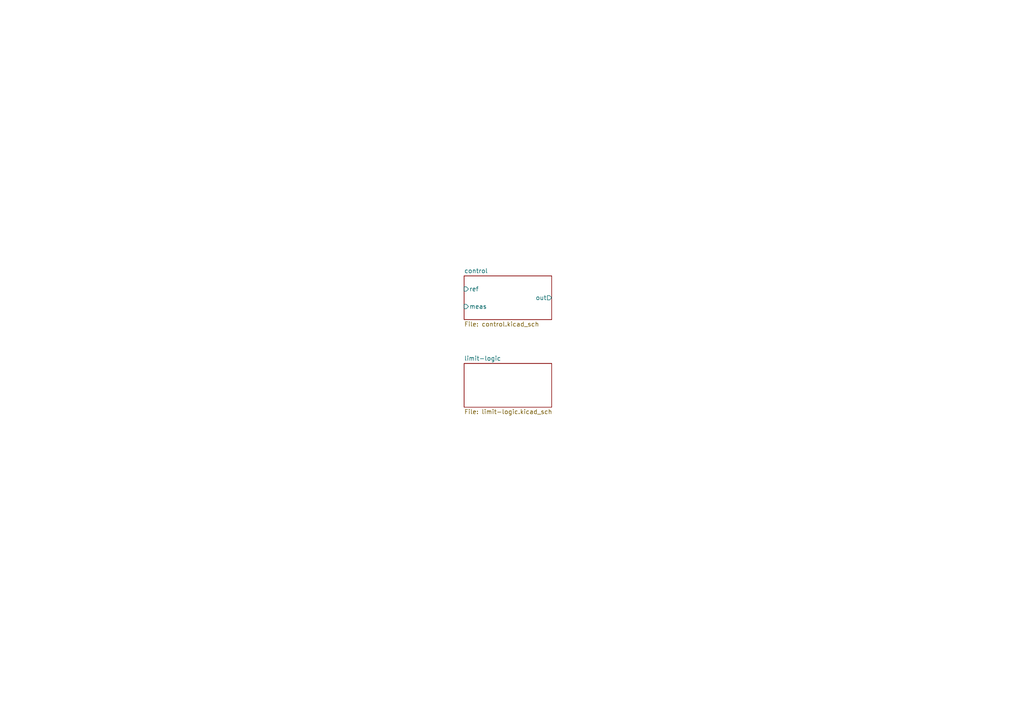
<source format=kicad_sch>
(kicad_sch
	(version 20231120)
	(generator "eeschema")
	(generator_version "8.0")
	(uuid "1d3b9a55-c23a-46de-9094-17561acc8342")
	(paper "A4")
	(title_block
		(title "Power Supply Sink")
		(date "2024-10-11")
		(rev "0.4.0")
		(company "Open Battery Tester")
		(comment 1 "Control-Logic")
	)
	(lib_symbols)
	(sheet
		(at 134.62 80.01)
		(size 25.4 12.7)
		(fields_autoplaced yes)
		(stroke
			(width 0.1524)
			(type solid)
		)
		(fill
			(color 0 0 0 0.0000)
		)
		(uuid "e087d850-f925-4ba4-89de-e843d36ae561")
		(property "Sheetname" "control"
			(at 134.62 79.2984 0)
			(effects
				(font
					(size 1.27 1.27)
				)
				(justify left bottom)
			)
		)
		(property "Sheetfile" "control.kicad_sch"
			(at 134.62 93.2946 0)
			(effects
				(font
					(size 1.27 1.27)
				)
				(justify left top)
			)
		)
		(pin "ref" input
			(at 134.62 83.82 180)
			(effects
				(font
					(size 1.27 1.27)
				)
				(justify left)
			)
			(uuid "d3b0aa0b-a2c8-47a7-91fd-c554992a6f60")
		)
		(pin "meas" input
			(at 134.62 88.9 180)
			(effects
				(font
					(size 1.27 1.27)
				)
				(justify left)
			)
			(uuid "0cb120a5-4c93-4616-a3d4-1c4a16d12844")
		)
		(pin "out" output
			(at 160.02 86.36 0)
			(effects
				(font
					(size 1.27 1.27)
				)
				(justify right)
			)
			(uuid "4520d22d-6ca7-4ebe-9fc0-3beb9880d9df")
		)
		(instances
			(project "pss"
				(path "/3c438cf7-9350-4e9f-8115-1deba8984176/baf2b2d2-d00c-49d3-b247-1b42c69022b3"
					(page "16")
				)
			)
		)
	)
	(sheet
		(at 134.62 105.41)
		(size 25.4 12.7)
		(fields_autoplaced yes)
		(stroke
			(width 0.1524)
			(type solid)
		)
		(fill
			(color 0 0 0 0.0000)
		)
		(uuid "f0ffd999-21e1-4ecc-97cc-621dfe88791c")
		(property "Sheetname" "limit-logic"
			(at 134.62 104.6984 0)
			(effects
				(font
					(size 1.27 1.27)
				)
				(justify left bottom)
			)
		)
		(property "Sheetfile" "limit-logic.kicad_sch"
			(at 134.62 118.6946 0)
			(effects
				(font
					(size 1.27 1.27)
				)
				(justify left top)
			)
		)
		(instances
			(project "pss"
				(path "/3c438cf7-9350-4e9f-8115-1deba8984176/baf2b2d2-d00c-49d3-b247-1b42c69022b3"
					(page "17")
				)
			)
		)
	)
)

</source>
